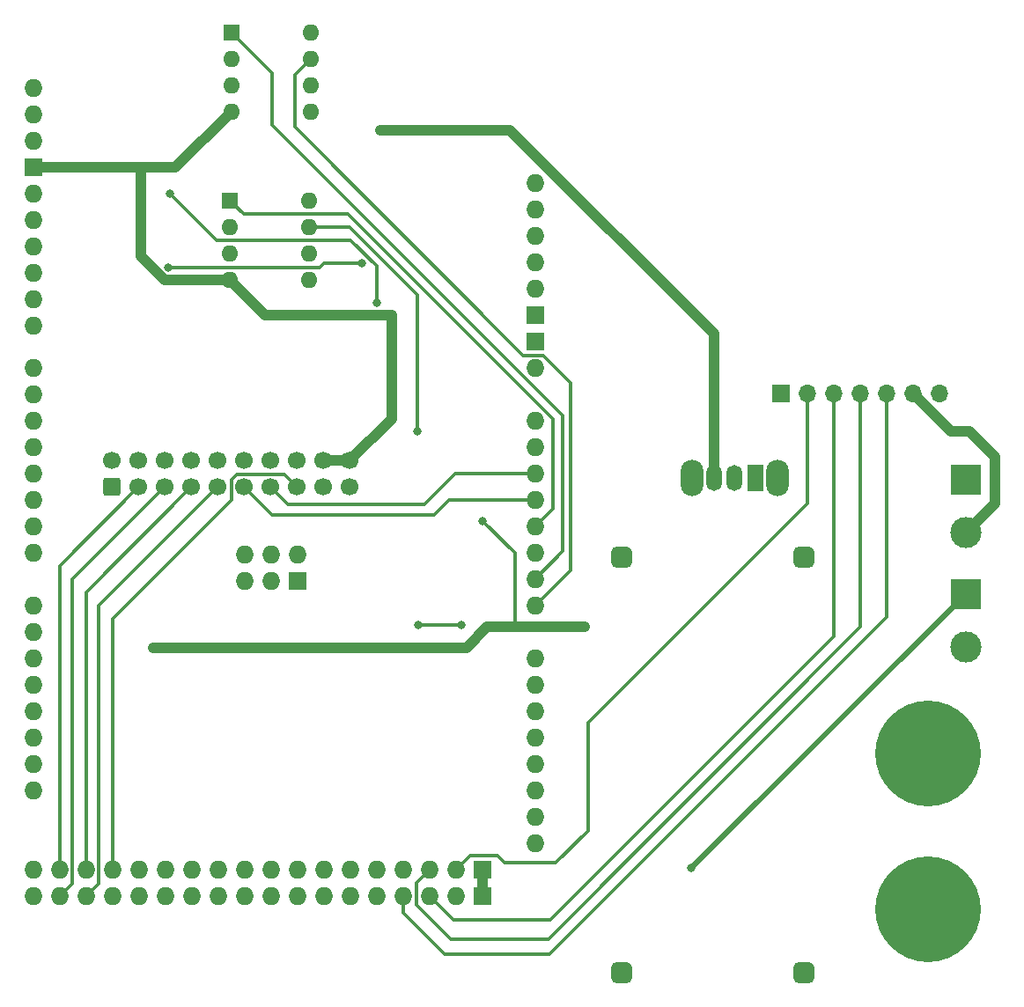
<source format=gbl>
G04 #@! TF.GenerationSoftware,KiCad,Pcbnew,(7.0.0)*
G04 #@! TF.CreationDate,2023-05-12T10:49:53+02:00*
G04 #@! TF.ProjectId,BMS_Project,424d535f-5072-46f6-9a65-63742e6b6963,rev?*
G04 #@! TF.SameCoordinates,Original*
G04 #@! TF.FileFunction,Copper,L2,Bot*
G04 #@! TF.FilePolarity,Positive*
%FSLAX46Y46*%
G04 Gerber Fmt 4.6, Leading zero omitted, Abs format (unit mm)*
G04 Created by KiCad (PCBNEW (7.0.0)) date 2023-05-12 10:49:53*
%MOMM*%
%LPD*%
G01*
G04 APERTURE LIST*
G04 Aperture macros list*
%AMRoundRect*
0 Rectangle with rounded corners*
0 $1 Rounding radius*
0 $2 $3 $4 $5 $6 $7 $8 $9 X,Y pos of 4 corners*
0 Add a 4 corners polygon primitive as box body*
4,1,4,$2,$3,$4,$5,$6,$7,$8,$9,$2,$3,0*
0 Add four circle primitives for the rounded corners*
1,1,$1+$1,$2,$3*
1,1,$1+$1,$4,$5*
1,1,$1+$1,$6,$7*
1,1,$1+$1,$8,$9*
0 Add four rect primitives between the rounded corners*
20,1,$1+$1,$2,$3,$4,$5,0*
20,1,$1+$1,$4,$5,$6,$7,0*
20,1,$1+$1,$6,$7,$8,$9,0*
20,1,$1+$1,$8,$9,$2,$3,0*%
G04 Aperture macros list end*
G04 #@! TA.AperFunction,ComponentPad*
%ADD10C,10.160000*%
G04 #@! TD*
G04 #@! TA.AperFunction,ComponentPad*
%ADD11R,3.000000X3.000000*%
G04 #@! TD*
G04 #@! TA.AperFunction,ComponentPad*
%ADD12C,3.000000*%
G04 #@! TD*
G04 #@! TA.AperFunction,ComponentPad*
%ADD13RoundRect,0.500000X0.500000X-0.500000X0.500000X0.500000X-0.500000X0.500000X-0.500000X-0.500000X0*%
G04 #@! TD*
G04 #@! TA.AperFunction,ComponentPad*
%ADD14RoundRect,0.250000X0.600000X-0.600000X0.600000X0.600000X-0.600000X0.600000X-0.600000X-0.600000X0*%
G04 #@! TD*
G04 #@! TA.AperFunction,ComponentPad*
%ADD15C,1.700000*%
G04 #@! TD*
G04 #@! TA.AperFunction,ComponentPad*
%ADD16R,1.600000X1.600000*%
G04 #@! TD*
G04 #@! TA.AperFunction,ComponentPad*
%ADD17O,1.600000X1.600000*%
G04 #@! TD*
G04 #@! TA.AperFunction,ComponentPad*
%ADD18R,1.700000X1.700000*%
G04 #@! TD*
G04 #@! TA.AperFunction,ComponentPad*
%ADD19O,1.700000X1.700000*%
G04 #@! TD*
G04 #@! TA.AperFunction,ComponentPad*
%ADD20O,2.200000X3.500000*%
G04 #@! TD*
G04 #@! TA.AperFunction,ComponentPad*
%ADD21R,1.500000X2.500000*%
G04 #@! TD*
G04 #@! TA.AperFunction,ComponentPad*
%ADD22O,1.500000X2.500000*%
G04 #@! TD*
G04 #@! TA.AperFunction,ComponentPad*
%ADD23O,1.727200X1.727200*%
G04 #@! TD*
G04 #@! TA.AperFunction,ComponentPad*
%ADD24R,1.727200X1.727200*%
G04 #@! TD*
G04 #@! TA.AperFunction,ViaPad*
%ADD25C,0.800000*%
G04 #@! TD*
G04 #@! TA.AperFunction,Conductor*
%ADD26C,1.000000*%
G04 #@! TD*
G04 #@! TA.AperFunction,Conductor*
%ADD27C,0.300000*%
G04 #@! TD*
G04 #@! TA.AperFunction,Conductor*
%ADD28C,0.500000*%
G04 #@! TD*
G04 APERTURE END LIST*
D10*
X190000000Y-111000000D03*
D11*
X193599999Y-84659999D03*
D12*
X193600000Y-89740000D03*
D13*
X160550000Y-132050000D03*
X178050000Y-132050000D03*
X160550000Y-92050000D03*
X178050000Y-92050000D03*
D11*
X193599999Y-95659999D03*
D12*
X193600000Y-100740000D03*
D14*
X111540000Y-85340000D03*
D15*
X111540000Y-82800000D03*
X114080000Y-85340000D03*
X114080000Y-82800000D03*
X116620000Y-85340000D03*
X116620000Y-82800000D03*
X119160000Y-85340000D03*
X119160000Y-82800000D03*
X121700000Y-85340000D03*
X121700000Y-82800000D03*
X124240000Y-85340000D03*
X124240000Y-82800000D03*
X126780000Y-85340000D03*
X126780000Y-82800000D03*
X129320000Y-85340000D03*
X129320000Y-82800000D03*
X131860000Y-85340000D03*
X131860000Y-82800000D03*
X134400000Y-85340000D03*
X134400000Y-82800000D03*
D10*
X190000000Y-126000000D03*
D16*
X122999999Y-41599999D03*
D17*
X122999999Y-44139999D03*
X122999999Y-46679999D03*
X122999999Y-49219999D03*
X130619999Y-49219999D03*
X130619999Y-46679999D03*
X130619999Y-44139999D03*
X130619999Y-41599999D03*
D16*
X122899999Y-57799999D03*
D17*
X122899999Y-60339999D03*
X122899999Y-62879999D03*
X122899999Y-65419999D03*
X130519999Y-65419999D03*
X130519999Y-62879999D03*
X130519999Y-60339999D03*
X130519999Y-57799999D03*
D18*
X175869999Y-76349999D03*
D19*
X178409999Y-76349999D03*
X180949999Y-76349999D03*
X183489999Y-76349999D03*
X186029999Y-76349999D03*
X188569999Y-76349999D03*
X191109999Y-76349999D03*
D20*
X175499999Y-84499999D03*
X167299999Y-84499999D03*
D21*
X173399999Y-84499999D03*
D22*
X171399999Y-84499999D03*
X169399999Y-84499999D03*
D23*
X152229999Y-56109999D03*
X152229999Y-63729999D03*
X152229999Y-66269999D03*
X124289999Y-94336999D03*
X103969999Y-122149999D03*
X103969999Y-124689999D03*
X152229999Y-78969999D03*
X152229999Y-81509999D03*
X152229999Y-84049999D03*
X152229999Y-86589999D03*
X152229999Y-89129999D03*
X152229999Y-91669999D03*
X152229999Y-94209999D03*
X152229999Y-96749999D03*
X152229999Y-101829999D03*
X152229999Y-104369999D03*
X152229999Y-106909999D03*
X152229999Y-109449999D03*
X152229999Y-111989999D03*
X152229999Y-114529999D03*
X152229999Y-117069999D03*
X152229999Y-119609999D03*
X103969999Y-52045999D03*
X103969999Y-91669999D03*
X103969999Y-89129999D03*
X103969999Y-86589999D03*
X103969999Y-84049999D03*
X103969999Y-81509999D03*
X103969999Y-78969999D03*
X103969999Y-76429999D03*
X103969999Y-73889999D03*
X103969999Y-69825999D03*
X103969999Y-67285999D03*
X103969999Y-64745999D03*
X103969999Y-62205999D03*
X103969999Y-59665999D03*
X103969999Y-57125999D03*
X103969999Y-96749999D03*
X103969999Y-99289999D03*
X103969999Y-101829999D03*
X103969999Y-104369999D03*
X103969999Y-106909999D03*
X103969999Y-109449999D03*
X103969999Y-111989999D03*
X103969999Y-114529999D03*
X106509999Y-122149999D03*
X106509999Y-124689999D03*
X109049999Y-122149999D03*
X109049999Y-124689999D03*
X111589999Y-122149999D03*
X111589999Y-124689999D03*
X114129999Y-122149999D03*
X114129999Y-124689999D03*
X116669999Y-122149999D03*
X116669999Y-124689999D03*
X119209999Y-122149999D03*
X119209999Y-124689999D03*
X121749999Y-122149999D03*
X121749999Y-124689999D03*
X124289999Y-122149999D03*
X124289999Y-124689999D03*
X126829999Y-122149999D03*
X126829999Y-124689999D03*
X129369999Y-122149999D03*
X129369999Y-124689999D03*
X131909999Y-122149999D03*
X131909999Y-124689999D03*
X134449999Y-122149999D03*
X134449999Y-124689999D03*
X136989999Y-122149999D03*
X136989999Y-124689999D03*
X139529999Y-122149999D03*
X139529999Y-124689999D03*
X142069999Y-122149999D03*
X142069999Y-124689999D03*
X144609999Y-122149999D03*
X144609999Y-124689999D03*
D24*
X103969999Y-54585999D03*
X152229999Y-68809999D03*
X152229999Y-71349999D03*
X129369999Y-94336999D03*
X147149999Y-122149999D03*
X147149999Y-124689999D03*
D23*
X152229999Y-58649999D03*
X124289999Y-91796999D03*
X126829999Y-94336999D03*
X152229999Y-61189999D03*
X129369999Y-91796999D03*
X126829999Y-91796999D03*
X103969999Y-46965999D03*
X103969999Y-49505999D03*
X152229999Y-73889999D03*
D25*
X138410000Y-68810000D03*
X157000000Y-98800000D03*
X147200000Y-88600000D03*
X115500000Y-100800000D03*
X137300000Y-51000000D03*
X116900000Y-64200000D03*
X135600000Y-63800000D03*
X137000000Y-67600000D03*
X117100000Y-57100000D03*
X167260000Y-122000000D03*
X140900000Y-80000000D03*
X145100000Y-98600000D03*
X141000000Y-98600000D03*
D26*
X138400000Y-68800000D02*
X126280000Y-68800000D01*
X194000000Y-80000000D02*
X192200000Y-80000000D01*
X117634000Y-54586000D02*
X123000000Y-49220000D01*
X138410000Y-68810000D02*
X138400000Y-68800000D01*
X122900000Y-65420000D02*
X116564365Y-65420000D01*
X196400000Y-82400000D02*
X196400000Y-86940000D01*
X147150000Y-122150000D02*
X147150000Y-124690000D01*
X196400000Y-82400000D02*
X194000000Y-80000000D01*
X138400000Y-68820000D02*
X138400000Y-78800000D01*
X138400000Y-78800000D02*
X134400000Y-82800000D01*
X192200000Y-79980000D02*
X188570000Y-76350000D01*
X103970000Y-54586000D02*
X117634000Y-54586000D01*
X138410000Y-68810000D02*
X138400000Y-68820000D01*
X126280000Y-68800000D02*
X122900000Y-65420000D01*
X196400000Y-86940000D02*
X193600000Y-89740000D01*
X134400000Y-82800000D02*
X131860000Y-82800000D01*
X192200000Y-80000000D02*
X192200000Y-79980000D01*
X114300000Y-63155635D02*
X114300000Y-54586000D01*
X116564365Y-65420000D02*
X114300000Y-63155635D01*
X145600000Y-100800000D02*
X147600000Y-98800000D01*
D27*
X150300000Y-91700000D02*
X147200000Y-88600000D01*
X150300000Y-98800000D02*
X150300000Y-91700000D01*
D26*
X115500000Y-100800000D02*
X145600000Y-100800000D01*
X147600000Y-98800000D02*
X157000000Y-98800000D01*
X137300000Y-51000000D02*
X149800000Y-51000000D01*
X169400000Y-70600000D02*
X169400000Y-84500000D01*
X149800000Y-51000000D02*
X169400000Y-70600000D01*
D27*
X106510000Y-122150000D02*
X106510000Y-92910000D01*
X106510000Y-92910000D02*
X114080000Y-85340000D01*
X107723600Y-94236400D02*
X116620000Y-85340000D01*
X107723600Y-123476400D02*
X107723600Y-94236400D01*
X106510000Y-124690000D02*
X107723600Y-123476400D01*
X109050000Y-122150000D02*
X109050000Y-95450000D01*
X109050000Y-95450000D02*
X119160000Y-85340000D01*
X110263600Y-96776400D02*
X121700000Y-85340000D01*
X109050000Y-124690000D02*
X110263600Y-123476400D01*
X110263600Y-123476400D02*
X110263600Y-96776400D01*
X116900000Y-64200000D02*
X131500000Y-64200000D01*
X131900000Y-63800000D02*
X135600000Y-63800000D01*
X131500000Y-64200000D02*
X131900000Y-63800000D01*
X134500000Y-61600000D02*
X137000000Y-64100000D01*
X117100000Y-57100000D02*
X121600000Y-61600000D01*
X137000000Y-64100000D02*
X137000000Y-67600000D01*
X121600000Y-61600000D02*
X134500000Y-61600000D01*
X152230000Y-84050000D02*
X144550000Y-84050000D01*
X141600000Y-87000000D02*
X128440000Y-87000000D01*
X144550000Y-84050000D02*
X141600000Y-87000000D01*
X128440000Y-87000000D02*
X126780000Y-85340000D01*
X126900000Y-88000000D02*
X124240000Y-85340000D01*
X142500000Y-88000000D02*
X126900000Y-88000000D01*
X152230000Y-86590000D02*
X143910000Y-86590000D01*
X143910000Y-86590000D02*
X142500000Y-88000000D01*
X123000000Y-86600000D02*
X123000000Y-84600000D01*
X123000000Y-84600000D02*
X123500000Y-84100000D01*
X111590000Y-98010000D02*
X123000000Y-86600000D01*
X111590000Y-122150000D02*
X111590000Y-98010000D01*
X123500000Y-84100000D02*
X128080000Y-84100000D01*
X128080000Y-84100000D02*
X129320000Y-85340000D01*
D28*
X167260000Y-122000000D02*
X193600000Y-95660000D01*
D27*
X155600000Y-75300000D02*
X155600000Y-93380000D01*
X129100000Y-50700000D02*
X151076400Y-72676400D01*
X151076400Y-72676400D02*
X152976400Y-72676400D01*
X130620000Y-44140000D02*
X129100000Y-45660000D01*
X129100000Y-45660000D02*
X129100000Y-50700000D01*
X155600000Y-93380000D02*
X152230000Y-96750000D01*
X152976400Y-72676400D02*
X155600000Y-75300000D01*
X154900000Y-78500000D02*
X154900000Y-91540000D01*
X123000000Y-41600000D02*
X126930000Y-45530000D01*
X126930000Y-45530000D02*
X126930000Y-50530000D01*
X154900000Y-91540000D02*
X152230000Y-94210000D01*
X126930000Y-50530000D02*
X154900000Y-78500000D01*
X134340000Y-60340000D02*
X130520000Y-60340000D01*
X140900000Y-80000000D02*
X140900000Y-66900000D01*
X140900000Y-66900000D02*
X134340000Y-60340000D01*
X153900000Y-78800000D02*
X153900000Y-87460000D01*
X122900000Y-57800000D02*
X124200000Y-59100000D01*
X124200000Y-59100000D02*
X134200000Y-59100000D01*
X153900000Y-87460000D02*
X152230000Y-89130000D01*
X134200000Y-59100000D02*
X153900000Y-78800000D01*
X141000000Y-98600000D02*
X145100000Y-98600000D01*
X149300000Y-121500000D02*
X154200000Y-121500000D01*
X157300000Y-118400000D02*
X157300000Y-108000000D01*
X157300000Y-108000000D02*
X178410000Y-86890000D01*
X154200000Y-121500000D02*
X157300000Y-118400000D01*
X148600000Y-120800000D02*
X149300000Y-121500000D01*
X178410000Y-86890000D02*
X178410000Y-76350000D01*
X144610000Y-122150000D02*
X145960000Y-120800000D01*
X145960000Y-120800000D02*
X148600000Y-120800000D01*
X144380000Y-127000000D02*
X142070000Y-124690000D01*
X153700000Y-127000000D02*
X144380000Y-127000000D01*
X180950000Y-99750000D02*
X153700000Y-127000000D01*
X180950000Y-76350000D02*
X180950000Y-99750000D01*
X144100000Y-128800000D02*
X140800000Y-125500000D01*
X183500000Y-95800000D02*
X183500000Y-98800000D01*
X153500000Y-128800000D02*
X144100000Y-128800000D01*
X140800000Y-125500000D02*
X140800000Y-123420000D01*
X183490000Y-76350000D02*
X183490000Y-95790000D01*
X183500000Y-98800000D02*
X153500000Y-128800000D01*
X183490000Y-95790000D02*
X183500000Y-95800000D01*
X140800000Y-123420000D02*
X142070000Y-122150000D01*
X139530000Y-126330000D02*
X139530000Y-124690000D01*
X143500000Y-130300000D02*
X139530000Y-126330000D01*
X186030000Y-97870000D02*
X153600000Y-130300000D01*
X153600000Y-130300000D02*
X143500000Y-130300000D01*
X186030000Y-76350000D02*
X186030000Y-97870000D01*
M02*

</source>
